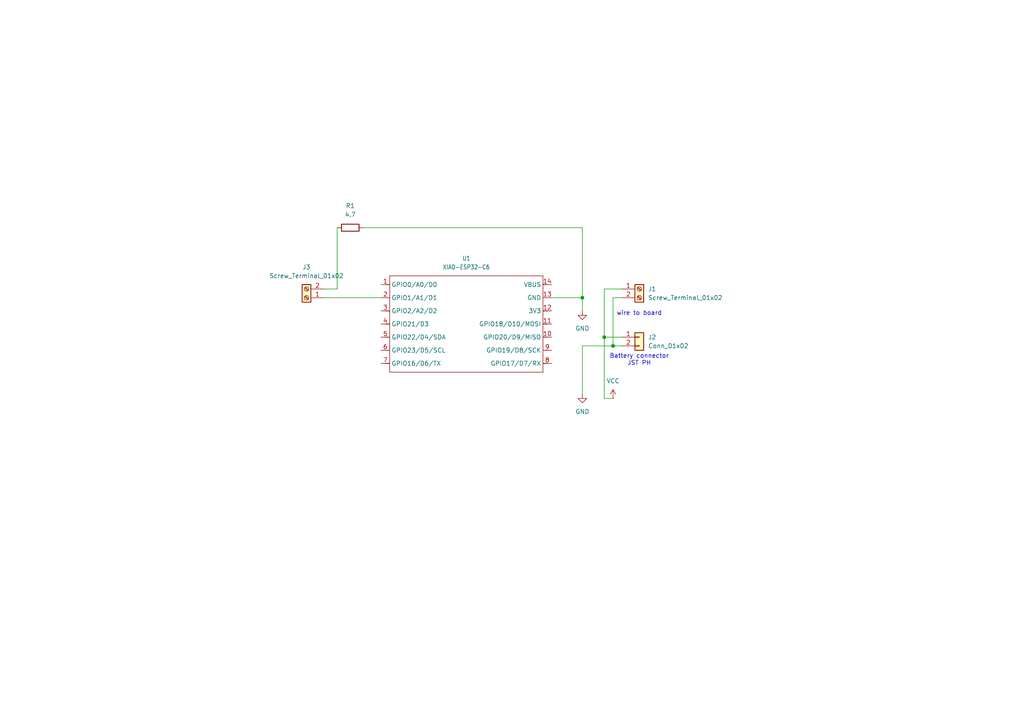
<source format=kicad_sch>
(kicad_sch (version 20250114) (generator "eeschema") (generator_version "9.0")
  (paper "A4")
  (lib_symbols
    (symbol "Connector:Screw_Terminal_01x02" (pin_names (offset 1.016) (hide yes))
      (property "Reference" "J" (at 0 2.54 0))
      (property "Value" "Screw_Terminal_01x02" (at 0 -5.08 0))
      (symbol "Screw_Terminal_01x02_1_1"
        (rectangle (start -1.27 1.27) (end 1.27 -3.81) (stroke (width 0.254)) (fill (type background)))
        (polyline (pts (xy -0.5334 0.3302) (xy 0.3302 -0.508)) (stroke (width 0.1524)))
        (polyline (pts (xy -0.5334 -2.2098) (xy 0.3302 -3.048)) (stroke (width 0.1524)))
        (polyline (pts (xy -0.3556 0.508) (xy 0.508 -0.3302)) (stroke (width 0.1524)))
        (polyline (pts (xy -0.3556 -2.032) (xy 0.508 -2.8702)) (stroke (width 0.1524)))
        (circle (center 0 0) (radius 0.635) (stroke (width 0.1524)))
        (circle (center 0 -2.54) (radius 0.635) (stroke (width 0.1524)))
        (pin passive line (at -5.08 0 0) (length 3.81) (name "Pin_1") (number "1"))
        (pin passive line (at -5.08 -2.54 0) (length 3.81) (name "Pin_2") (number "2"))
      )
    )
    (symbol "Connector_Generic:Conn_01x02" (pin_names (offset 1.016) (hide yes))
      (property "Reference" "J" (at 0 2.54 0))
      (property "Value" "Conn_01x02" (at 0 -5.08 0))
      (symbol "Conn_01x02_1_1"
        (rectangle (start -1.27 1.27) (end 1.27 -3.81) (stroke (width 0.254)) (fill (type background)))
        (rectangle (start -1.27 0.127) (end 0 -0.127) (stroke (width 0.1524)))
        (rectangle (start -1.27 -2.413) (end 0 -2.667) (stroke (width 0.1524)))
        (pin passive line (at -5.08 0 0) (length 3.81) (name "Pin_1") (number "1"))
        (pin passive line (at -5.08 -2.54 0) (length 3.81) (name "Pin_2") (number "2"))
      )
    )
    (symbol "Device:R" (pin_numbers (hide yes)) (pin_names (offset 0))
      (property "Reference" "R" (at 2.032 0 90))
      (property "Value" "R" (at 0 0 90))
      (symbol "R_0_1"
        (rectangle (start -1.016 -2.54) (end 1.016 2.54) (stroke (width 0.254)))
      )
      (symbol "R_1_1"
        (pin passive line (at 0 3.81 270) (length 1.27) (name "~") (number "1"))
        (pin passive line (at 0 -3.81 90) (length 1.27) (name "~") (number "2"))
      )
    )
    (symbol "Seeed_Studio_XIAO_Series:XIAO_ESP32-C6-DIP"
      (property "Reference" "U" (at -20.574 17.018 0))
      (property "Value" "XIAO-ESP32-C6" (at -15.24 14.986 0))
      (symbol "XIAO_ESP32-C6-DIP_1_0"
        (polyline (pts (xy -21.59 13.97) (xy 22.86 13.97)) (stroke (width 0.1524)))
        (polyline (pts (xy -21.59 11.43) (xy -22.86 11.43)) (stroke (width 0.1524)))
        (polyline (pts (xy -21.59 11.43) (xy -21.59 13.97)) (stroke (width 0.1524)))
        (polyline (pts (xy -21.59 7.62) (xy -22.86 7.62)) (stroke (width 0.1524)))
        (polyline (pts (xy -21.59 7.62) (xy -21.59 11.43)) (stroke (width 0.1524)))
        (polyline (pts (xy -21.59 3.81) (xy -22.86 3.81)) (stroke (width 0.1524)))
        (polyline (pts (xy -21.59 3.81) (xy -21.59 7.62)) (stroke (width 0.1524)))
        (polyline (pts (xy -21.59 0) (xy -22.86 0)) (stroke (width 0.1524)))
        (polyline (pts (xy -21.59 0) (xy -21.59 3.81)) (stroke (width 0.1524)))
        (polyline (pts (xy -21.59 -3.81) (xy -22.86 -3.81)) (stroke (width 0.1524)))
        (polyline (pts (xy -21.59 -7.62) (xy -22.86 -7.62)) (stroke (width 0.1524)))
        (polyline (pts (xy -21.59 -11.43) (xy -22.86 -11.43)) (stroke (width 0.1524)))
        (polyline (pts (xy -21.59 -13.97) (xy -21.59 0)) (stroke (width 0.1524)))
        (polyline (pts (xy 22.86 13.97) (xy 22.86 11.43)) (stroke (width 0.1524)))
        (polyline (pts (xy 22.86 11.43) (xy 22.86 7.62)) (stroke (width 0.1524)))
        (polyline (pts (xy 22.86 7.62) (xy 22.86 3.81)) (stroke (width 0.1524)))
        (polyline (pts (xy 22.86 3.81) (xy 22.86 -13.97)) (stroke (width 0.1524)))
        (polyline (pts (xy 22.86 -13.97) (xy -21.59 -13.97)) (stroke (width 0.1524)))
        (polyline (pts (xy 24.13 11.43) (xy 22.86 11.43)) (stroke (width 0.1524)))
        (polyline (pts (xy 24.13 7.62) (xy 22.86 7.62)) (stroke (width 0.1524)))
        (polyline (pts (xy 24.13 3.81) (xy 22.86 3.81)) (stroke (width 0.1524)))
        (polyline (pts (xy 24.13 0) (xy 22.86 0)) (stroke (width 0.1524)))
        (polyline (pts (xy 24.13 -3.81) (xy 22.86 -3.81)) (stroke (width 0.1524)))
        (polyline (pts (xy 24.13 -7.62) (xy 22.86 -7.62)) (stroke (width 0.1524)))
        (polyline (pts (xy 24.13 -11.43) (xy 22.86 -11.43)) (stroke (width 0.1524)))
        (pin passive line (at -24.13 11.43 0) (length 2.54) (name "GPIO0/A0/D0") (number "1"))
        (pin passive line (at -24.13 7.62 0) (length 2.54) (name "GPIO1/A1/D1") (number "2"))
        (pin passive line (at -24.13 3.81 0) (length 2.54) (name "GPIO2/A2/D2") (number "3"))
        (pin passive line (at -24.13 0 0) (length 2.54) (name "GPIO21/D3") (number "4"))
        (pin passive line (at -24.13 -3.81 0) (length 2.54) (name "GPIO22/D4/SDA") (number "5"))
        (pin passive line (at -24.13 -7.62 0) (length 2.54) (name "GPIO23/D5/SCL") (number "6"))
        (pin passive line (at -24.13 -11.43 0) (length 2.54) (name "GPIO16/D6/TX") (number "7"))
        (pin passive line (at 25.4 11.43 180) (length 2.54) (name "VBUS") (number "14"))
        (pin passive line (at 25.4 7.62 180) (length 2.54) (name "GND") (number "13"))
        (pin passive line (at 25.4 3.81 180) (length 2.54) (name "3V3") (number "12"))
        (pin passive line (at 25.4 0 180) (length 2.54) (name "GPIO18/D10/MOSI") (number "11"))
        (pin passive line (at 25.4 -3.81 180) (length 2.54) (name "GPIO20/D9/MISO") (number "10"))
        (pin passive line (at 25.4 -7.62 180) (length 2.54) (name "GPIO19/D8/SCK") (number "9"))
        (pin passive line (at 25.4 -11.43 180) (length 2.54) (name "GPIO17/D7/RX") (number "8"))
      )
    )
    (symbol "power:GND" (power) (pin_numbers (hide yes)) (pin_names (offset 0) (hide yes))
      (property "Value" "GND" (at 0 -3.81 0))
      (symbol "GND_0_1"
        (polyline (pts (xy 0 0) (xy 0 -1.27) (xy 1.27 -1.27) (xy 0 -2.54) (xy -1.27 -1.27) (xy 0 -1.27)))
      )
      (symbol "GND_1_1"
        (pin power_in line (at 0 0 270) (length 0) (name "~") (number "1"))
      )
    )
    (symbol "power:VCC" (power) (pin_numbers (hide yes)) (pin_names (offset 0) (hide yes))
      (property "Value" "VCC" (at 0 3.556 0))
      (symbol "VCC_0_1"
        (polyline (pts (xy -0.762 1.27) (xy 0 2.54)))
        (polyline (pts (xy 0 2.54) (xy 0.762 1.27)))
        (polyline (pts (xy 0 0) (xy 0 2.54)))
      )
      (symbol "VCC_1_1"
        (pin power_in line (at 0 0 90) (length 0) (name "~") (number "1"))
      )
    )
  )
  (text "Battery connector\nJST PH" (at 185.42 104.394 0) (effects (font (size 1.27 1.27))))
  (text "wire to board" (at 185.42 90.932 0) (effects (font (size 1.27 1.27))))
  (junction (at 177.8 100.33))
  (junction (at 175.26 97.79))
  (junction (at 168.91 86.36))
  (wire (pts (xy 175.26 97.79) (xy 180.34 97.79)))
  (wire (pts (xy 175.26 83.82) (xy 175.26 97.79)))
  (wire (pts (xy 93.98 86.36) (xy 110.49 86.36)))
  (wire (pts (xy 105.41 66.04) (xy 168.91 66.04)))
  (wire (pts (xy 180.34 86.36) (xy 177.8 86.36)))
  (wire (pts (xy 97.79 83.82) (xy 97.79 66.04)))
  (wire (pts (xy 177.8 86.36) (xy 177.8 100.33)))
  (wire (pts (xy 177.8 100.33) (xy 168.91 100.33)))
  (wire (pts (xy 168.91 86.36) (xy 168.91 90.17)))
  (wire (pts (xy 168.91 100.33) (xy 168.91 114.3)))
  (wire (pts (xy 177.8 115.57) (xy 175.26 115.57)))
  (wire (pts (xy 168.91 66.04) (xy 168.91 86.36)))
  (wire (pts (xy 180.34 83.82) (xy 175.26 83.82)))
  (wire (pts (xy 168.91 86.36) (xy 160.02 86.36)))
  (wire (pts (xy 93.98 83.82) (xy 97.79 83.82)))
  (wire (pts (xy 175.26 115.57) (xy 175.26 97.79)))
  (wire (pts (xy 180.34 100.33) (xy 177.8 100.33)))
  (symbol (lib_id "Connector:Screw_Terminal_01x02") (at 185.42 83.82 0) (unit 1)
    (property "Reference" "J1" (at 187.96 83.8199 0) (effects (justify left)))
    (property "Value" "Screw_Terminal_01x02" (at 187.96 86.3599 0) (effects (justify left)))
    (property "Footprint" "TerminalBlock_Phoenix:TerminalBlock_Phoenix_MPT-0,5-2-2.54_1x02_P2.54mm_Horizontal" (effects (hide yes)))
    (property "Description" "Generic screw terminal, single row, 01x02, script generated (kicad-library-utils/schlib/autogen/connector/)" (effects (hide yes)))
  )
  (symbol (lib_id "power:GND") (at 168.91 90.17 0) (unit 1)
    (property "Reference" "#PWR02" (effects (hide yes)))
    (property "Value" "GND" (at 168.91 95.25 0))
    (property "Description" "Power symbol creates a global label with name \"GND\" , ground" (effects (hide yes)))
  )
  (symbol (lib_id "Device:R") (at 101.6 66.04 90) (unit 1)
    (property "Reference" "R1" (at 101.6 59.69 90))
    (property "Value" "4.7" (at 101.6 62.23 90))
    (property "Footprint" "Resistor_THT:R_Axial_DIN0204_L3.6mm_D1.6mm_P7.62mm_Horizontal" (effects (hide yes)))
    (property "Description" "Resistor" (effects (hide yes)))
  )
  (symbol (lib_id "power:GND") (at 168.91 114.3 0) (unit 1)
    (property "Reference" "#PWR01" (effects (hide yes)))
    (property "Value" "GND" (at 168.91 119.38 0))
    (property "Description" "Power symbol creates a global label with name \"GND\" , ground" (effects (hide yes)))
  )
  (symbol (lib_id "Seeed_Studio_XIAO_Series:XIAO_ESP32-C6-DIP") (at 134.62 93.98 0) (unit 1)
    (property "Reference" "U1" (at 135.255 74.93 0) (effects (font (size 1.27 1.0795))))
    (property "Value" "XIAO-ESP32-C6" (at 135.255 77.47 0) (effects (font (size 1.27 1.0795))))
    (property "Footprint" "Seeed Studio XIAO Series Library:XIAO-ESP32C6-DIP" (effects (hide yes)))
    (property "SKU" "XIAO-DIP" (effects (hide yes)))
  )
  (symbol (lib_id "Connector_Generic:Conn_01x02") (at 185.42 97.79 0) (unit 1)
    (property "Reference" "J2" (at 187.96 97.7899 0) (effects (justify left)))
    (property "Value" "Conn_01x02" (at 187.96 100.3299 0) (effects (justify left)))
    (property "Footprint" "Connector_JST:JST_PH_B2B-PH-K_1x02_P2.00mm_Vertical" (effects (hide yes)))
    (property "Description" "Generic connector, single row, 01x02, script generated (kicad-library-utils/schlib/autogen/connector/)" (effects (hide yes)))
  )
  (symbol (lib_id "Connector:Screw_Terminal_01x02") (at 88.9 86.36 180) (unit 1)
    (property "Reference" "J3" (at 88.9 77.47 0))
    (property "Value" "Screw_Terminal_01x02" (at 88.9 80.01 0))
    (property "Footprint" "TerminalBlock_Phoenix:TerminalBlock_Phoenix_MPT-0,5-2-2.54_1x02_P2.54mm_Horizontal" (effects (hide yes)))
    (property "Description" "Generic screw terminal, single row, 01x02, script generated (kicad-library-utils/schlib/autogen/connector/)" (effects (hide yes)))
  )
  (symbol (lib_id "power:VCC") (at 177.8 115.57 0) (unit 1)
    (property "Reference" "#PWR03" (effects (hide yes)))
    (property "Value" "VCC" (at 177.8 110.49 0))
    (property "Description" "Power symbol creates a global label with name \"VCC\"" (effects (hide yes)))
  )
)
</source>
